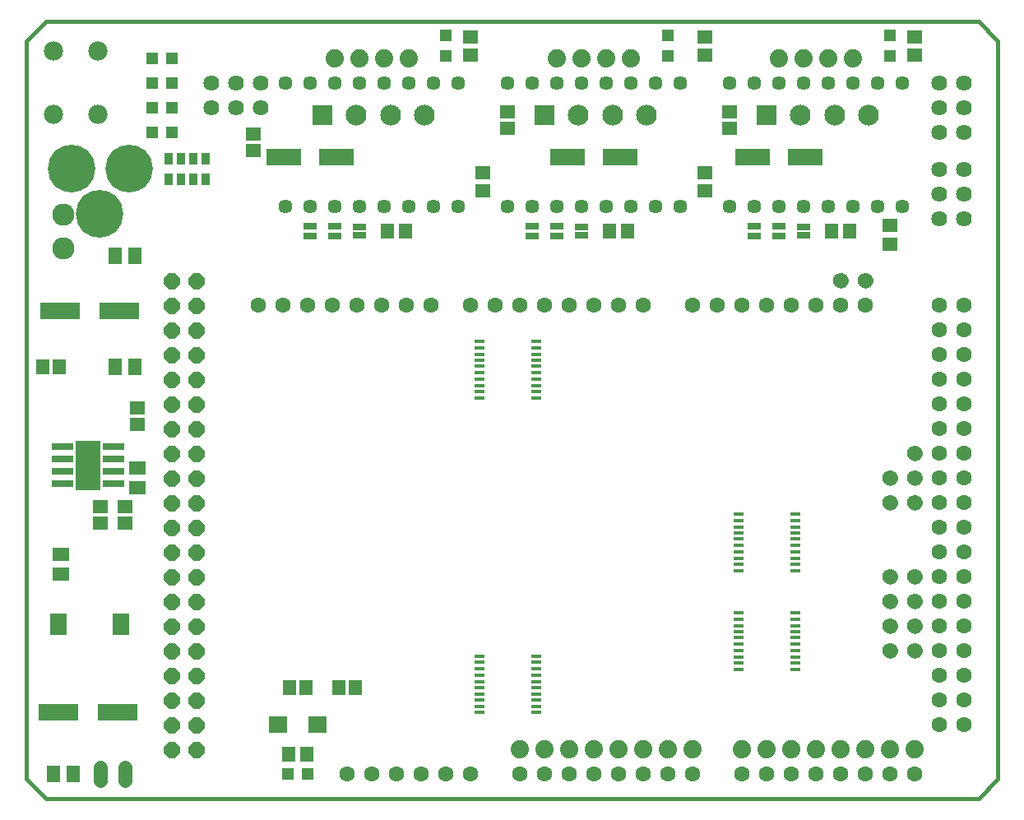
<source format=gts>
G75*
%MOIN*%
%OFA0B0*%
%FSLAX25Y25*%
%IPPOS*%
%LPD*%
%AMOC8*
5,1,8,0,0,1.08239X$1,22.5*
%
%ADD10C,0.01600*%
%ADD11C,0.06306*%
%ADD12R,0.05124X0.05124*%
%ADD13R,0.05518X0.06306*%
%ADD14C,0.07400*%
%ADD15C,0.05715*%
%ADD16C,0.06400*%
%ADD17R,0.06306X0.05518*%
%ADD18R,0.14180X0.06699*%
%ADD19C,0.19298*%
%ADD20R,0.08400X0.08400*%
%ADD21C,0.08400*%
%ADD22C,0.09000*%
%ADD23C,0.07800*%
%ADD24R,0.05400X0.02900*%
%ADD25OC8,0.06400*%
%ADD26R,0.03353X0.04731*%
%ADD27R,0.09061X0.02762*%
%ADD28R,0.10400X0.20400*%
%ADD29R,0.06699X0.05518*%
%ADD30R,0.05518X0.06699*%
%ADD31R,0.16148X0.06699*%
%ADD32R,0.06699X0.09061*%
%ADD33C,0.05800*%
%ADD34R,0.03937X0.01772*%
%ADD35R,0.07487X0.07093*%
%ADD36C,0.05650*%
%ADD37C,0.00000*%
%ADD38C,0.06200*%
D10*
X0013573Y0009674D02*
X0021447Y0001800D01*
X0399400Y0001800D01*
X0407274Y0009674D01*
X0407274Y0308887D01*
X0399400Y0316761D01*
X0021447Y0316761D01*
X0013573Y0308887D01*
X0013573Y0308800D02*
X0013573Y0009800D01*
D11*
X0143573Y0011800D03*
X0153573Y0011800D03*
X0163573Y0011800D03*
X0173573Y0011800D03*
X0183573Y0011800D03*
X0193573Y0011800D03*
X0213573Y0011800D03*
X0223573Y0011800D03*
X0233573Y0011800D03*
X0243573Y0011800D03*
X0253573Y0011800D03*
X0263573Y0011800D03*
X0273573Y0011800D03*
X0283573Y0011800D03*
X0303573Y0011800D03*
X0313573Y0011800D03*
X0323573Y0011800D03*
X0333573Y0011800D03*
X0343573Y0011800D03*
X0353573Y0011800D03*
X0363573Y0011800D03*
X0373573Y0011800D03*
X0383573Y0031800D03*
X0393573Y0031800D03*
X0393573Y0041800D03*
X0383573Y0041800D03*
X0383573Y0051800D03*
X0393573Y0051800D03*
X0393573Y0061800D03*
X0383573Y0061800D03*
X0383573Y0071800D03*
X0393573Y0071800D03*
X0393573Y0081800D03*
X0383573Y0081800D03*
X0383573Y0091800D03*
X0393573Y0091800D03*
X0393573Y0101800D03*
X0383573Y0101800D03*
X0383573Y0111800D03*
X0393573Y0111800D03*
X0393573Y0121800D03*
X0383573Y0121800D03*
X0383573Y0131800D03*
X0393573Y0131800D03*
X0393573Y0141800D03*
X0383573Y0141800D03*
X0383573Y0151800D03*
X0393573Y0151800D03*
X0393573Y0161800D03*
X0383573Y0161800D03*
X0383573Y0171800D03*
X0393573Y0171800D03*
X0393573Y0181800D03*
X0383573Y0181800D03*
X0383573Y0191800D03*
X0393573Y0191800D03*
X0393573Y0201800D03*
X0383573Y0201800D03*
X0353573Y0201800D03*
X0343573Y0201800D03*
X0333573Y0201800D03*
X0323573Y0201800D03*
X0313573Y0201800D03*
X0303573Y0201800D03*
X0293573Y0201800D03*
X0283573Y0201800D03*
X0263573Y0201800D03*
X0253573Y0201800D03*
X0243573Y0201800D03*
X0233573Y0201800D03*
X0223573Y0201800D03*
X0213573Y0201800D03*
X0203573Y0201800D03*
X0193573Y0201800D03*
X0177573Y0201800D03*
X0167573Y0201800D03*
X0157573Y0201800D03*
X0147573Y0201800D03*
X0137573Y0201800D03*
X0127573Y0201800D03*
X0117573Y0201800D03*
X0107573Y0201800D03*
D12*
X0072707Y0271800D03*
X0064439Y0271800D03*
X0064439Y0281800D03*
X0072707Y0281800D03*
X0072707Y0291800D03*
X0064439Y0291800D03*
X0064439Y0301800D03*
X0072707Y0301800D03*
X0183573Y0302666D03*
X0183573Y0310934D03*
X0273573Y0310934D03*
X0273573Y0302666D03*
X0363573Y0302666D03*
X0363573Y0310934D03*
X0127707Y0011800D03*
X0119439Y0011800D03*
D13*
X0119833Y0019800D03*
X0127313Y0019800D03*
X0126919Y0046800D03*
X0120226Y0046800D03*
X0140226Y0046800D03*
X0146919Y0046800D03*
X0026919Y0176800D03*
X0020226Y0176800D03*
X0159833Y0231800D03*
X0167313Y0231800D03*
X0249833Y0231800D03*
X0257313Y0231800D03*
X0339833Y0231800D03*
X0347313Y0231800D03*
D14*
X0348573Y0301800D03*
X0338573Y0301800D03*
X0328573Y0301800D03*
X0318573Y0301800D03*
X0258573Y0301800D03*
X0248573Y0301800D03*
X0238573Y0301800D03*
X0228573Y0301800D03*
X0168573Y0301800D03*
X0158573Y0301800D03*
X0148573Y0301800D03*
X0138573Y0301800D03*
X0213573Y0021800D03*
X0223573Y0021800D03*
X0233573Y0021800D03*
X0243573Y0021800D03*
X0253573Y0021800D03*
X0263573Y0021800D03*
X0273573Y0021800D03*
X0283573Y0021800D03*
X0303573Y0021800D03*
X0313573Y0021800D03*
X0323573Y0021800D03*
X0333573Y0021800D03*
X0343573Y0021800D03*
X0353573Y0021800D03*
X0363573Y0021800D03*
X0373573Y0021800D03*
D15*
X0373573Y0121800D03*
X0373573Y0131800D03*
X0373573Y0141800D03*
X0368573Y0241800D03*
X0358573Y0241800D03*
X0348573Y0241800D03*
X0338573Y0241800D03*
X0328573Y0241800D03*
X0318573Y0241800D03*
X0308573Y0241800D03*
X0298573Y0241800D03*
X0278573Y0241800D03*
X0268573Y0241800D03*
X0258573Y0241800D03*
X0248573Y0241800D03*
X0238573Y0241800D03*
X0228573Y0241800D03*
X0218573Y0241800D03*
X0208573Y0241800D03*
X0188573Y0241800D03*
X0178573Y0241800D03*
X0168573Y0241800D03*
X0158573Y0241800D03*
X0148573Y0241800D03*
X0138573Y0241800D03*
X0128573Y0241800D03*
X0118573Y0241800D03*
X0118573Y0291800D03*
X0128573Y0291800D03*
X0138573Y0291800D03*
X0148573Y0291800D03*
X0158573Y0291800D03*
X0168573Y0291800D03*
X0178573Y0291800D03*
X0188573Y0291800D03*
X0208573Y0291800D03*
X0218573Y0291800D03*
X0228573Y0291800D03*
X0238573Y0291800D03*
X0248573Y0291800D03*
X0258573Y0291800D03*
X0268573Y0291800D03*
X0278573Y0291800D03*
X0298573Y0291800D03*
X0308573Y0291800D03*
X0318573Y0291800D03*
X0328573Y0291800D03*
X0338573Y0291800D03*
X0348573Y0291800D03*
X0358573Y0291800D03*
X0368573Y0291800D03*
D16*
X0383573Y0291800D03*
X0393573Y0291800D03*
X0393573Y0281800D03*
X0383573Y0281800D03*
X0383573Y0271800D03*
X0393573Y0271800D03*
X0393573Y0256800D03*
X0383573Y0256800D03*
X0383573Y0246800D03*
X0393573Y0246800D03*
X0393573Y0236800D03*
X0383573Y0236800D03*
X0108573Y0281800D03*
X0108573Y0291800D03*
X0098573Y0291800D03*
X0088573Y0291800D03*
X0088573Y0281800D03*
X0098573Y0281800D03*
D17*
X0105573Y0271146D03*
X0105573Y0264454D03*
X0193573Y0303060D03*
X0193573Y0310540D03*
X0208573Y0280146D03*
X0208573Y0273454D03*
X0198573Y0255540D03*
X0198573Y0248060D03*
X0288573Y0248060D03*
X0288573Y0255540D03*
X0298573Y0273454D03*
X0298573Y0280146D03*
X0288573Y0303060D03*
X0288573Y0310540D03*
X0373573Y0310540D03*
X0373573Y0303060D03*
X0363573Y0234040D03*
X0363573Y0226560D03*
X0058573Y0160146D03*
X0058573Y0153454D03*
X0053573Y0120146D03*
X0053573Y0113454D03*
X0043573Y0113454D03*
X0043573Y0120146D03*
D18*
X0117943Y0261800D03*
X0139203Y0261800D03*
X0232943Y0261800D03*
X0254203Y0261800D03*
X0307943Y0261800D03*
X0329203Y0261800D03*
D19*
X0055148Y0257194D03*
X0043337Y0238690D03*
X0031919Y0257194D03*
D20*
X0133573Y0278800D03*
X0223573Y0278800D03*
X0313573Y0278800D03*
D21*
X0327352Y0278800D03*
X0341132Y0278800D03*
X0354911Y0278800D03*
X0264911Y0278800D03*
X0251132Y0278800D03*
X0237352Y0278800D03*
X0174911Y0278800D03*
X0161132Y0278800D03*
X0147352Y0278800D03*
D22*
X0028573Y0238493D03*
X0028573Y0224713D03*
D23*
X0024673Y0279000D03*
X0042473Y0279000D03*
X0042473Y0304600D03*
X0024673Y0304600D03*
D24*
X0128573Y0233800D03*
X0128573Y0229800D03*
X0138573Y0229800D03*
X0138573Y0233800D03*
X0148573Y0233572D03*
X0148573Y0230028D03*
X0218573Y0229800D03*
X0218573Y0233800D03*
X0228573Y0233800D03*
X0228573Y0229800D03*
X0238573Y0230028D03*
X0238573Y0233572D03*
X0308573Y0233800D03*
X0308573Y0229800D03*
X0318573Y0229800D03*
X0318573Y0233800D03*
X0328573Y0233572D03*
X0328573Y0230028D03*
D25*
X0082431Y0211367D03*
X0072431Y0211367D03*
X0072431Y0201367D03*
X0082431Y0201367D03*
X0082431Y0191367D03*
X0072431Y0191367D03*
X0072431Y0181367D03*
X0082431Y0181367D03*
X0082431Y0171367D03*
X0072431Y0171367D03*
X0072431Y0161367D03*
X0082431Y0161367D03*
X0082431Y0151367D03*
X0072431Y0151367D03*
X0072431Y0141367D03*
X0082431Y0141367D03*
X0082431Y0131367D03*
X0072431Y0131367D03*
X0072431Y0121367D03*
X0082431Y0121367D03*
X0082431Y0111367D03*
X0072431Y0111367D03*
X0072431Y0101367D03*
X0082431Y0101367D03*
X0082431Y0091367D03*
X0072431Y0091367D03*
X0072431Y0081367D03*
X0082431Y0081367D03*
X0082431Y0071367D03*
X0072431Y0071367D03*
X0072431Y0061367D03*
X0082431Y0061367D03*
X0082431Y0051367D03*
X0072431Y0051367D03*
X0072431Y0041367D03*
X0082431Y0041367D03*
X0082431Y0031367D03*
X0072431Y0031367D03*
X0072431Y0021367D03*
X0082431Y0021367D03*
D26*
X0081073Y0252587D03*
X0086073Y0252587D03*
X0086073Y0261013D03*
X0081073Y0261013D03*
X0076073Y0261013D03*
X0071073Y0261013D03*
X0071073Y0252587D03*
X0076073Y0252587D03*
D27*
X0048809Y0144300D03*
X0048809Y0139300D03*
X0048809Y0134300D03*
X0048809Y0129300D03*
X0028337Y0129300D03*
X0028337Y0134300D03*
X0028337Y0139300D03*
X0028337Y0144300D03*
D28*
X0038573Y0136800D03*
D29*
X0058573Y0135737D03*
X0058573Y0127863D03*
X0027573Y0100737D03*
X0027573Y0092863D03*
D30*
X0024636Y0011800D03*
X0032510Y0011800D03*
X0049636Y0176800D03*
X0057510Y0176800D03*
X0057510Y0221800D03*
X0049636Y0221800D03*
D31*
X0051093Y0199438D03*
X0027077Y0199438D03*
X0026565Y0036800D03*
X0050581Y0036800D03*
D32*
X0051762Y0072312D03*
X0026565Y0072312D03*
D33*
X0043573Y0014500D02*
X0043573Y0009100D01*
X0053573Y0009100D02*
X0053573Y0014500D01*
D34*
X0197057Y0036623D03*
X0197057Y0039182D03*
X0197057Y0041741D03*
X0197057Y0044123D03*
X0197057Y0046682D03*
X0197057Y0049241D03*
X0197057Y0051800D03*
X0197057Y0054359D03*
X0197057Y0056918D03*
X0197057Y0059477D03*
X0220089Y0059477D03*
X0220089Y0056918D03*
X0220089Y0054359D03*
X0220089Y0051800D03*
X0220089Y0049241D03*
X0220089Y0046682D03*
X0220089Y0044123D03*
X0220089Y0041741D03*
X0220089Y0039182D03*
X0220089Y0036623D03*
X0302057Y0054123D03*
X0302057Y0056682D03*
X0302057Y0059241D03*
X0302057Y0061800D03*
X0302057Y0064359D03*
X0302057Y0066918D03*
X0302057Y0069477D03*
X0302057Y0071859D03*
X0302057Y0074418D03*
X0302057Y0076977D03*
X0302057Y0094123D03*
X0302057Y0096682D03*
X0302057Y0099241D03*
X0302057Y0101800D03*
X0302057Y0104359D03*
X0302057Y0106918D03*
X0302057Y0109477D03*
X0302057Y0111859D03*
X0302057Y0114418D03*
X0302057Y0116977D03*
X0325089Y0116977D03*
X0325089Y0114418D03*
X0325089Y0111859D03*
X0325089Y0109477D03*
X0325089Y0106918D03*
X0325089Y0104359D03*
X0325089Y0101800D03*
X0325089Y0099241D03*
X0325089Y0096682D03*
X0325089Y0094123D03*
X0325089Y0076977D03*
X0325089Y0074418D03*
X0325089Y0071859D03*
X0325089Y0069477D03*
X0325089Y0066918D03*
X0325089Y0064359D03*
X0325089Y0061800D03*
X0325089Y0059241D03*
X0325089Y0056682D03*
X0325089Y0054123D03*
X0220089Y0164123D03*
X0220089Y0166682D03*
X0220089Y0169241D03*
X0220089Y0171800D03*
X0220089Y0174359D03*
X0220089Y0176918D03*
X0220089Y0179477D03*
X0220089Y0181859D03*
X0220089Y0184418D03*
X0220089Y0186977D03*
X0197057Y0186977D03*
X0197057Y0184418D03*
X0197057Y0181859D03*
X0197057Y0179477D03*
X0197057Y0176918D03*
X0197057Y0174359D03*
X0197057Y0171800D03*
X0197057Y0169241D03*
X0197057Y0166682D03*
X0197057Y0164123D03*
D35*
X0131644Y0031800D03*
X0115502Y0031800D03*
D36*
X0343573Y0211800D03*
X0353573Y0211800D03*
X0363573Y0131800D03*
X0363573Y0121800D03*
X0363573Y0091800D03*
X0373573Y0091800D03*
X0373573Y0081800D03*
X0373573Y0071800D03*
X0373573Y0061800D03*
X0363573Y0061800D03*
X0363573Y0071800D03*
X0363573Y0081800D03*
D37*
X0360673Y0081800D02*
X0360675Y0081907D01*
X0360681Y0082014D01*
X0360691Y0082121D01*
X0360705Y0082227D01*
X0360722Y0082333D01*
X0360744Y0082438D01*
X0360770Y0082542D01*
X0360799Y0082645D01*
X0360832Y0082747D01*
X0360869Y0082848D01*
X0360909Y0082947D01*
X0360954Y0083044D01*
X0361001Y0083140D01*
X0361053Y0083235D01*
X0361107Y0083327D01*
X0361165Y0083417D01*
X0361227Y0083505D01*
X0361291Y0083590D01*
X0361359Y0083673D01*
X0361430Y0083754D01*
X0361504Y0083832D01*
X0361580Y0083907D01*
X0361659Y0083979D01*
X0361741Y0084048D01*
X0361825Y0084114D01*
X0361912Y0084177D01*
X0362001Y0084237D01*
X0362092Y0084293D01*
X0362185Y0084346D01*
X0362280Y0084396D01*
X0362377Y0084442D01*
X0362476Y0084484D01*
X0362576Y0084523D01*
X0362677Y0084558D01*
X0362779Y0084589D01*
X0362883Y0084617D01*
X0362988Y0084640D01*
X0363093Y0084660D01*
X0363199Y0084676D01*
X0363305Y0084688D01*
X0363412Y0084696D01*
X0363519Y0084700D01*
X0363627Y0084700D01*
X0363734Y0084696D01*
X0363841Y0084688D01*
X0363947Y0084676D01*
X0364053Y0084660D01*
X0364158Y0084640D01*
X0364263Y0084617D01*
X0364367Y0084589D01*
X0364469Y0084558D01*
X0364570Y0084523D01*
X0364670Y0084484D01*
X0364769Y0084442D01*
X0364866Y0084396D01*
X0364961Y0084346D01*
X0365054Y0084293D01*
X0365145Y0084237D01*
X0365234Y0084177D01*
X0365321Y0084114D01*
X0365405Y0084048D01*
X0365487Y0083979D01*
X0365566Y0083907D01*
X0365642Y0083832D01*
X0365716Y0083754D01*
X0365787Y0083673D01*
X0365855Y0083590D01*
X0365919Y0083505D01*
X0365981Y0083417D01*
X0366039Y0083327D01*
X0366093Y0083235D01*
X0366145Y0083140D01*
X0366192Y0083044D01*
X0366237Y0082947D01*
X0366277Y0082848D01*
X0366314Y0082747D01*
X0366347Y0082645D01*
X0366376Y0082542D01*
X0366402Y0082438D01*
X0366424Y0082333D01*
X0366441Y0082227D01*
X0366455Y0082121D01*
X0366465Y0082014D01*
X0366471Y0081907D01*
X0366473Y0081800D01*
X0366471Y0081693D01*
X0366465Y0081586D01*
X0366455Y0081479D01*
X0366441Y0081373D01*
X0366424Y0081267D01*
X0366402Y0081162D01*
X0366376Y0081058D01*
X0366347Y0080955D01*
X0366314Y0080853D01*
X0366277Y0080752D01*
X0366237Y0080653D01*
X0366192Y0080556D01*
X0366145Y0080460D01*
X0366093Y0080365D01*
X0366039Y0080273D01*
X0365981Y0080183D01*
X0365919Y0080095D01*
X0365855Y0080010D01*
X0365787Y0079927D01*
X0365716Y0079846D01*
X0365642Y0079768D01*
X0365566Y0079693D01*
X0365487Y0079621D01*
X0365405Y0079552D01*
X0365321Y0079486D01*
X0365234Y0079423D01*
X0365145Y0079363D01*
X0365054Y0079307D01*
X0364961Y0079254D01*
X0364866Y0079204D01*
X0364769Y0079158D01*
X0364670Y0079116D01*
X0364570Y0079077D01*
X0364469Y0079042D01*
X0364367Y0079011D01*
X0364263Y0078983D01*
X0364158Y0078960D01*
X0364053Y0078940D01*
X0363947Y0078924D01*
X0363841Y0078912D01*
X0363734Y0078904D01*
X0363627Y0078900D01*
X0363519Y0078900D01*
X0363412Y0078904D01*
X0363305Y0078912D01*
X0363199Y0078924D01*
X0363093Y0078940D01*
X0362988Y0078960D01*
X0362883Y0078983D01*
X0362779Y0079011D01*
X0362677Y0079042D01*
X0362576Y0079077D01*
X0362476Y0079116D01*
X0362377Y0079158D01*
X0362280Y0079204D01*
X0362185Y0079254D01*
X0362092Y0079307D01*
X0362001Y0079363D01*
X0361912Y0079423D01*
X0361825Y0079486D01*
X0361741Y0079552D01*
X0361659Y0079621D01*
X0361580Y0079693D01*
X0361504Y0079768D01*
X0361430Y0079846D01*
X0361359Y0079927D01*
X0361291Y0080010D01*
X0361227Y0080095D01*
X0361165Y0080183D01*
X0361107Y0080273D01*
X0361053Y0080365D01*
X0361001Y0080460D01*
X0360954Y0080556D01*
X0360909Y0080653D01*
X0360869Y0080752D01*
X0360832Y0080853D01*
X0360799Y0080955D01*
X0360770Y0081058D01*
X0360744Y0081162D01*
X0360722Y0081267D01*
X0360705Y0081373D01*
X0360691Y0081479D01*
X0360681Y0081586D01*
X0360675Y0081693D01*
X0360673Y0081800D01*
X0360673Y0071800D02*
X0360675Y0071907D01*
X0360681Y0072014D01*
X0360691Y0072121D01*
X0360705Y0072227D01*
X0360722Y0072333D01*
X0360744Y0072438D01*
X0360770Y0072542D01*
X0360799Y0072645D01*
X0360832Y0072747D01*
X0360869Y0072848D01*
X0360909Y0072947D01*
X0360954Y0073044D01*
X0361001Y0073140D01*
X0361053Y0073235D01*
X0361107Y0073327D01*
X0361165Y0073417D01*
X0361227Y0073505D01*
X0361291Y0073590D01*
X0361359Y0073673D01*
X0361430Y0073754D01*
X0361504Y0073832D01*
X0361580Y0073907D01*
X0361659Y0073979D01*
X0361741Y0074048D01*
X0361825Y0074114D01*
X0361912Y0074177D01*
X0362001Y0074237D01*
X0362092Y0074293D01*
X0362185Y0074346D01*
X0362280Y0074396D01*
X0362377Y0074442D01*
X0362476Y0074484D01*
X0362576Y0074523D01*
X0362677Y0074558D01*
X0362779Y0074589D01*
X0362883Y0074617D01*
X0362988Y0074640D01*
X0363093Y0074660D01*
X0363199Y0074676D01*
X0363305Y0074688D01*
X0363412Y0074696D01*
X0363519Y0074700D01*
X0363627Y0074700D01*
X0363734Y0074696D01*
X0363841Y0074688D01*
X0363947Y0074676D01*
X0364053Y0074660D01*
X0364158Y0074640D01*
X0364263Y0074617D01*
X0364367Y0074589D01*
X0364469Y0074558D01*
X0364570Y0074523D01*
X0364670Y0074484D01*
X0364769Y0074442D01*
X0364866Y0074396D01*
X0364961Y0074346D01*
X0365054Y0074293D01*
X0365145Y0074237D01*
X0365234Y0074177D01*
X0365321Y0074114D01*
X0365405Y0074048D01*
X0365487Y0073979D01*
X0365566Y0073907D01*
X0365642Y0073832D01*
X0365716Y0073754D01*
X0365787Y0073673D01*
X0365855Y0073590D01*
X0365919Y0073505D01*
X0365981Y0073417D01*
X0366039Y0073327D01*
X0366093Y0073235D01*
X0366145Y0073140D01*
X0366192Y0073044D01*
X0366237Y0072947D01*
X0366277Y0072848D01*
X0366314Y0072747D01*
X0366347Y0072645D01*
X0366376Y0072542D01*
X0366402Y0072438D01*
X0366424Y0072333D01*
X0366441Y0072227D01*
X0366455Y0072121D01*
X0366465Y0072014D01*
X0366471Y0071907D01*
X0366473Y0071800D01*
X0366471Y0071693D01*
X0366465Y0071586D01*
X0366455Y0071479D01*
X0366441Y0071373D01*
X0366424Y0071267D01*
X0366402Y0071162D01*
X0366376Y0071058D01*
X0366347Y0070955D01*
X0366314Y0070853D01*
X0366277Y0070752D01*
X0366237Y0070653D01*
X0366192Y0070556D01*
X0366145Y0070460D01*
X0366093Y0070365D01*
X0366039Y0070273D01*
X0365981Y0070183D01*
X0365919Y0070095D01*
X0365855Y0070010D01*
X0365787Y0069927D01*
X0365716Y0069846D01*
X0365642Y0069768D01*
X0365566Y0069693D01*
X0365487Y0069621D01*
X0365405Y0069552D01*
X0365321Y0069486D01*
X0365234Y0069423D01*
X0365145Y0069363D01*
X0365054Y0069307D01*
X0364961Y0069254D01*
X0364866Y0069204D01*
X0364769Y0069158D01*
X0364670Y0069116D01*
X0364570Y0069077D01*
X0364469Y0069042D01*
X0364367Y0069011D01*
X0364263Y0068983D01*
X0364158Y0068960D01*
X0364053Y0068940D01*
X0363947Y0068924D01*
X0363841Y0068912D01*
X0363734Y0068904D01*
X0363627Y0068900D01*
X0363519Y0068900D01*
X0363412Y0068904D01*
X0363305Y0068912D01*
X0363199Y0068924D01*
X0363093Y0068940D01*
X0362988Y0068960D01*
X0362883Y0068983D01*
X0362779Y0069011D01*
X0362677Y0069042D01*
X0362576Y0069077D01*
X0362476Y0069116D01*
X0362377Y0069158D01*
X0362280Y0069204D01*
X0362185Y0069254D01*
X0362092Y0069307D01*
X0362001Y0069363D01*
X0361912Y0069423D01*
X0361825Y0069486D01*
X0361741Y0069552D01*
X0361659Y0069621D01*
X0361580Y0069693D01*
X0361504Y0069768D01*
X0361430Y0069846D01*
X0361359Y0069927D01*
X0361291Y0070010D01*
X0361227Y0070095D01*
X0361165Y0070183D01*
X0361107Y0070273D01*
X0361053Y0070365D01*
X0361001Y0070460D01*
X0360954Y0070556D01*
X0360909Y0070653D01*
X0360869Y0070752D01*
X0360832Y0070853D01*
X0360799Y0070955D01*
X0360770Y0071058D01*
X0360744Y0071162D01*
X0360722Y0071267D01*
X0360705Y0071373D01*
X0360691Y0071479D01*
X0360681Y0071586D01*
X0360675Y0071693D01*
X0360673Y0071800D01*
X0360673Y0061800D02*
X0360675Y0061907D01*
X0360681Y0062014D01*
X0360691Y0062121D01*
X0360705Y0062227D01*
X0360722Y0062333D01*
X0360744Y0062438D01*
X0360770Y0062542D01*
X0360799Y0062645D01*
X0360832Y0062747D01*
X0360869Y0062848D01*
X0360909Y0062947D01*
X0360954Y0063044D01*
X0361001Y0063140D01*
X0361053Y0063235D01*
X0361107Y0063327D01*
X0361165Y0063417D01*
X0361227Y0063505D01*
X0361291Y0063590D01*
X0361359Y0063673D01*
X0361430Y0063754D01*
X0361504Y0063832D01*
X0361580Y0063907D01*
X0361659Y0063979D01*
X0361741Y0064048D01*
X0361825Y0064114D01*
X0361912Y0064177D01*
X0362001Y0064237D01*
X0362092Y0064293D01*
X0362185Y0064346D01*
X0362280Y0064396D01*
X0362377Y0064442D01*
X0362476Y0064484D01*
X0362576Y0064523D01*
X0362677Y0064558D01*
X0362779Y0064589D01*
X0362883Y0064617D01*
X0362988Y0064640D01*
X0363093Y0064660D01*
X0363199Y0064676D01*
X0363305Y0064688D01*
X0363412Y0064696D01*
X0363519Y0064700D01*
X0363627Y0064700D01*
X0363734Y0064696D01*
X0363841Y0064688D01*
X0363947Y0064676D01*
X0364053Y0064660D01*
X0364158Y0064640D01*
X0364263Y0064617D01*
X0364367Y0064589D01*
X0364469Y0064558D01*
X0364570Y0064523D01*
X0364670Y0064484D01*
X0364769Y0064442D01*
X0364866Y0064396D01*
X0364961Y0064346D01*
X0365054Y0064293D01*
X0365145Y0064237D01*
X0365234Y0064177D01*
X0365321Y0064114D01*
X0365405Y0064048D01*
X0365487Y0063979D01*
X0365566Y0063907D01*
X0365642Y0063832D01*
X0365716Y0063754D01*
X0365787Y0063673D01*
X0365855Y0063590D01*
X0365919Y0063505D01*
X0365981Y0063417D01*
X0366039Y0063327D01*
X0366093Y0063235D01*
X0366145Y0063140D01*
X0366192Y0063044D01*
X0366237Y0062947D01*
X0366277Y0062848D01*
X0366314Y0062747D01*
X0366347Y0062645D01*
X0366376Y0062542D01*
X0366402Y0062438D01*
X0366424Y0062333D01*
X0366441Y0062227D01*
X0366455Y0062121D01*
X0366465Y0062014D01*
X0366471Y0061907D01*
X0366473Y0061800D01*
X0366471Y0061693D01*
X0366465Y0061586D01*
X0366455Y0061479D01*
X0366441Y0061373D01*
X0366424Y0061267D01*
X0366402Y0061162D01*
X0366376Y0061058D01*
X0366347Y0060955D01*
X0366314Y0060853D01*
X0366277Y0060752D01*
X0366237Y0060653D01*
X0366192Y0060556D01*
X0366145Y0060460D01*
X0366093Y0060365D01*
X0366039Y0060273D01*
X0365981Y0060183D01*
X0365919Y0060095D01*
X0365855Y0060010D01*
X0365787Y0059927D01*
X0365716Y0059846D01*
X0365642Y0059768D01*
X0365566Y0059693D01*
X0365487Y0059621D01*
X0365405Y0059552D01*
X0365321Y0059486D01*
X0365234Y0059423D01*
X0365145Y0059363D01*
X0365054Y0059307D01*
X0364961Y0059254D01*
X0364866Y0059204D01*
X0364769Y0059158D01*
X0364670Y0059116D01*
X0364570Y0059077D01*
X0364469Y0059042D01*
X0364367Y0059011D01*
X0364263Y0058983D01*
X0364158Y0058960D01*
X0364053Y0058940D01*
X0363947Y0058924D01*
X0363841Y0058912D01*
X0363734Y0058904D01*
X0363627Y0058900D01*
X0363519Y0058900D01*
X0363412Y0058904D01*
X0363305Y0058912D01*
X0363199Y0058924D01*
X0363093Y0058940D01*
X0362988Y0058960D01*
X0362883Y0058983D01*
X0362779Y0059011D01*
X0362677Y0059042D01*
X0362576Y0059077D01*
X0362476Y0059116D01*
X0362377Y0059158D01*
X0362280Y0059204D01*
X0362185Y0059254D01*
X0362092Y0059307D01*
X0362001Y0059363D01*
X0361912Y0059423D01*
X0361825Y0059486D01*
X0361741Y0059552D01*
X0361659Y0059621D01*
X0361580Y0059693D01*
X0361504Y0059768D01*
X0361430Y0059846D01*
X0361359Y0059927D01*
X0361291Y0060010D01*
X0361227Y0060095D01*
X0361165Y0060183D01*
X0361107Y0060273D01*
X0361053Y0060365D01*
X0361001Y0060460D01*
X0360954Y0060556D01*
X0360909Y0060653D01*
X0360869Y0060752D01*
X0360832Y0060853D01*
X0360799Y0060955D01*
X0360770Y0061058D01*
X0360744Y0061162D01*
X0360722Y0061267D01*
X0360705Y0061373D01*
X0360691Y0061479D01*
X0360681Y0061586D01*
X0360675Y0061693D01*
X0360673Y0061800D01*
X0370673Y0061800D02*
X0370675Y0061907D01*
X0370681Y0062014D01*
X0370691Y0062121D01*
X0370705Y0062227D01*
X0370722Y0062333D01*
X0370744Y0062438D01*
X0370770Y0062542D01*
X0370799Y0062645D01*
X0370832Y0062747D01*
X0370869Y0062848D01*
X0370909Y0062947D01*
X0370954Y0063044D01*
X0371001Y0063140D01*
X0371053Y0063235D01*
X0371107Y0063327D01*
X0371165Y0063417D01*
X0371227Y0063505D01*
X0371291Y0063590D01*
X0371359Y0063673D01*
X0371430Y0063754D01*
X0371504Y0063832D01*
X0371580Y0063907D01*
X0371659Y0063979D01*
X0371741Y0064048D01*
X0371825Y0064114D01*
X0371912Y0064177D01*
X0372001Y0064237D01*
X0372092Y0064293D01*
X0372185Y0064346D01*
X0372280Y0064396D01*
X0372377Y0064442D01*
X0372476Y0064484D01*
X0372576Y0064523D01*
X0372677Y0064558D01*
X0372779Y0064589D01*
X0372883Y0064617D01*
X0372988Y0064640D01*
X0373093Y0064660D01*
X0373199Y0064676D01*
X0373305Y0064688D01*
X0373412Y0064696D01*
X0373519Y0064700D01*
X0373627Y0064700D01*
X0373734Y0064696D01*
X0373841Y0064688D01*
X0373947Y0064676D01*
X0374053Y0064660D01*
X0374158Y0064640D01*
X0374263Y0064617D01*
X0374367Y0064589D01*
X0374469Y0064558D01*
X0374570Y0064523D01*
X0374670Y0064484D01*
X0374769Y0064442D01*
X0374866Y0064396D01*
X0374961Y0064346D01*
X0375054Y0064293D01*
X0375145Y0064237D01*
X0375234Y0064177D01*
X0375321Y0064114D01*
X0375405Y0064048D01*
X0375487Y0063979D01*
X0375566Y0063907D01*
X0375642Y0063832D01*
X0375716Y0063754D01*
X0375787Y0063673D01*
X0375855Y0063590D01*
X0375919Y0063505D01*
X0375981Y0063417D01*
X0376039Y0063327D01*
X0376093Y0063235D01*
X0376145Y0063140D01*
X0376192Y0063044D01*
X0376237Y0062947D01*
X0376277Y0062848D01*
X0376314Y0062747D01*
X0376347Y0062645D01*
X0376376Y0062542D01*
X0376402Y0062438D01*
X0376424Y0062333D01*
X0376441Y0062227D01*
X0376455Y0062121D01*
X0376465Y0062014D01*
X0376471Y0061907D01*
X0376473Y0061800D01*
X0376471Y0061693D01*
X0376465Y0061586D01*
X0376455Y0061479D01*
X0376441Y0061373D01*
X0376424Y0061267D01*
X0376402Y0061162D01*
X0376376Y0061058D01*
X0376347Y0060955D01*
X0376314Y0060853D01*
X0376277Y0060752D01*
X0376237Y0060653D01*
X0376192Y0060556D01*
X0376145Y0060460D01*
X0376093Y0060365D01*
X0376039Y0060273D01*
X0375981Y0060183D01*
X0375919Y0060095D01*
X0375855Y0060010D01*
X0375787Y0059927D01*
X0375716Y0059846D01*
X0375642Y0059768D01*
X0375566Y0059693D01*
X0375487Y0059621D01*
X0375405Y0059552D01*
X0375321Y0059486D01*
X0375234Y0059423D01*
X0375145Y0059363D01*
X0375054Y0059307D01*
X0374961Y0059254D01*
X0374866Y0059204D01*
X0374769Y0059158D01*
X0374670Y0059116D01*
X0374570Y0059077D01*
X0374469Y0059042D01*
X0374367Y0059011D01*
X0374263Y0058983D01*
X0374158Y0058960D01*
X0374053Y0058940D01*
X0373947Y0058924D01*
X0373841Y0058912D01*
X0373734Y0058904D01*
X0373627Y0058900D01*
X0373519Y0058900D01*
X0373412Y0058904D01*
X0373305Y0058912D01*
X0373199Y0058924D01*
X0373093Y0058940D01*
X0372988Y0058960D01*
X0372883Y0058983D01*
X0372779Y0059011D01*
X0372677Y0059042D01*
X0372576Y0059077D01*
X0372476Y0059116D01*
X0372377Y0059158D01*
X0372280Y0059204D01*
X0372185Y0059254D01*
X0372092Y0059307D01*
X0372001Y0059363D01*
X0371912Y0059423D01*
X0371825Y0059486D01*
X0371741Y0059552D01*
X0371659Y0059621D01*
X0371580Y0059693D01*
X0371504Y0059768D01*
X0371430Y0059846D01*
X0371359Y0059927D01*
X0371291Y0060010D01*
X0371227Y0060095D01*
X0371165Y0060183D01*
X0371107Y0060273D01*
X0371053Y0060365D01*
X0371001Y0060460D01*
X0370954Y0060556D01*
X0370909Y0060653D01*
X0370869Y0060752D01*
X0370832Y0060853D01*
X0370799Y0060955D01*
X0370770Y0061058D01*
X0370744Y0061162D01*
X0370722Y0061267D01*
X0370705Y0061373D01*
X0370691Y0061479D01*
X0370681Y0061586D01*
X0370675Y0061693D01*
X0370673Y0061800D01*
X0370673Y0071800D02*
X0370675Y0071907D01*
X0370681Y0072014D01*
X0370691Y0072121D01*
X0370705Y0072227D01*
X0370722Y0072333D01*
X0370744Y0072438D01*
X0370770Y0072542D01*
X0370799Y0072645D01*
X0370832Y0072747D01*
X0370869Y0072848D01*
X0370909Y0072947D01*
X0370954Y0073044D01*
X0371001Y0073140D01*
X0371053Y0073235D01*
X0371107Y0073327D01*
X0371165Y0073417D01*
X0371227Y0073505D01*
X0371291Y0073590D01*
X0371359Y0073673D01*
X0371430Y0073754D01*
X0371504Y0073832D01*
X0371580Y0073907D01*
X0371659Y0073979D01*
X0371741Y0074048D01*
X0371825Y0074114D01*
X0371912Y0074177D01*
X0372001Y0074237D01*
X0372092Y0074293D01*
X0372185Y0074346D01*
X0372280Y0074396D01*
X0372377Y0074442D01*
X0372476Y0074484D01*
X0372576Y0074523D01*
X0372677Y0074558D01*
X0372779Y0074589D01*
X0372883Y0074617D01*
X0372988Y0074640D01*
X0373093Y0074660D01*
X0373199Y0074676D01*
X0373305Y0074688D01*
X0373412Y0074696D01*
X0373519Y0074700D01*
X0373627Y0074700D01*
X0373734Y0074696D01*
X0373841Y0074688D01*
X0373947Y0074676D01*
X0374053Y0074660D01*
X0374158Y0074640D01*
X0374263Y0074617D01*
X0374367Y0074589D01*
X0374469Y0074558D01*
X0374570Y0074523D01*
X0374670Y0074484D01*
X0374769Y0074442D01*
X0374866Y0074396D01*
X0374961Y0074346D01*
X0375054Y0074293D01*
X0375145Y0074237D01*
X0375234Y0074177D01*
X0375321Y0074114D01*
X0375405Y0074048D01*
X0375487Y0073979D01*
X0375566Y0073907D01*
X0375642Y0073832D01*
X0375716Y0073754D01*
X0375787Y0073673D01*
X0375855Y0073590D01*
X0375919Y0073505D01*
X0375981Y0073417D01*
X0376039Y0073327D01*
X0376093Y0073235D01*
X0376145Y0073140D01*
X0376192Y0073044D01*
X0376237Y0072947D01*
X0376277Y0072848D01*
X0376314Y0072747D01*
X0376347Y0072645D01*
X0376376Y0072542D01*
X0376402Y0072438D01*
X0376424Y0072333D01*
X0376441Y0072227D01*
X0376455Y0072121D01*
X0376465Y0072014D01*
X0376471Y0071907D01*
X0376473Y0071800D01*
X0376471Y0071693D01*
X0376465Y0071586D01*
X0376455Y0071479D01*
X0376441Y0071373D01*
X0376424Y0071267D01*
X0376402Y0071162D01*
X0376376Y0071058D01*
X0376347Y0070955D01*
X0376314Y0070853D01*
X0376277Y0070752D01*
X0376237Y0070653D01*
X0376192Y0070556D01*
X0376145Y0070460D01*
X0376093Y0070365D01*
X0376039Y0070273D01*
X0375981Y0070183D01*
X0375919Y0070095D01*
X0375855Y0070010D01*
X0375787Y0069927D01*
X0375716Y0069846D01*
X0375642Y0069768D01*
X0375566Y0069693D01*
X0375487Y0069621D01*
X0375405Y0069552D01*
X0375321Y0069486D01*
X0375234Y0069423D01*
X0375145Y0069363D01*
X0375054Y0069307D01*
X0374961Y0069254D01*
X0374866Y0069204D01*
X0374769Y0069158D01*
X0374670Y0069116D01*
X0374570Y0069077D01*
X0374469Y0069042D01*
X0374367Y0069011D01*
X0374263Y0068983D01*
X0374158Y0068960D01*
X0374053Y0068940D01*
X0373947Y0068924D01*
X0373841Y0068912D01*
X0373734Y0068904D01*
X0373627Y0068900D01*
X0373519Y0068900D01*
X0373412Y0068904D01*
X0373305Y0068912D01*
X0373199Y0068924D01*
X0373093Y0068940D01*
X0372988Y0068960D01*
X0372883Y0068983D01*
X0372779Y0069011D01*
X0372677Y0069042D01*
X0372576Y0069077D01*
X0372476Y0069116D01*
X0372377Y0069158D01*
X0372280Y0069204D01*
X0372185Y0069254D01*
X0372092Y0069307D01*
X0372001Y0069363D01*
X0371912Y0069423D01*
X0371825Y0069486D01*
X0371741Y0069552D01*
X0371659Y0069621D01*
X0371580Y0069693D01*
X0371504Y0069768D01*
X0371430Y0069846D01*
X0371359Y0069927D01*
X0371291Y0070010D01*
X0371227Y0070095D01*
X0371165Y0070183D01*
X0371107Y0070273D01*
X0371053Y0070365D01*
X0371001Y0070460D01*
X0370954Y0070556D01*
X0370909Y0070653D01*
X0370869Y0070752D01*
X0370832Y0070853D01*
X0370799Y0070955D01*
X0370770Y0071058D01*
X0370744Y0071162D01*
X0370722Y0071267D01*
X0370705Y0071373D01*
X0370691Y0071479D01*
X0370681Y0071586D01*
X0370675Y0071693D01*
X0370673Y0071800D01*
X0370673Y0081800D02*
X0370675Y0081907D01*
X0370681Y0082014D01*
X0370691Y0082121D01*
X0370705Y0082227D01*
X0370722Y0082333D01*
X0370744Y0082438D01*
X0370770Y0082542D01*
X0370799Y0082645D01*
X0370832Y0082747D01*
X0370869Y0082848D01*
X0370909Y0082947D01*
X0370954Y0083044D01*
X0371001Y0083140D01*
X0371053Y0083235D01*
X0371107Y0083327D01*
X0371165Y0083417D01*
X0371227Y0083505D01*
X0371291Y0083590D01*
X0371359Y0083673D01*
X0371430Y0083754D01*
X0371504Y0083832D01*
X0371580Y0083907D01*
X0371659Y0083979D01*
X0371741Y0084048D01*
X0371825Y0084114D01*
X0371912Y0084177D01*
X0372001Y0084237D01*
X0372092Y0084293D01*
X0372185Y0084346D01*
X0372280Y0084396D01*
X0372377Y0084442D01*
X0372476Y0084484D01*
X0372576Y0084523D01*
X0372677Y0084558D01*
X0372779Y0084589D01*
X0372883Y0084617D01*
X0372988Y0084640D01*
X0373093Y0084660D01*
X0373199Y0084676D01*
X0373305Y0084688D01*
X0373412Y0084696D01*
X0373519Y0084700D01*
X0373627Y0084700D01*
X0373734Y0084696D01*
X0373841Y0084688D01*
X0373947Y0084676D01*
X0374053Y0084660D01*
X0374158Y0084640D01*
X0374263Y0084617D01*
X0374367Y0084589D01*
X0374469Y0084558D01*
X0374570Y0084523D01*
X0374670Y0084484D01*
X0374769Y0084442D01*
X0374866Y0084396D01*
X0374961Y0084346D01*
X0375054Y0084293D01*
X0375145Y0084237D01*
X0375234Y0084177D01*
X0375321Y0084114D01*
X0375405Y0084048D01*
X0375487Y0083979D01*
X0375566Y0083907D01*
X0375642Y0083832D01*
X0375716Y0083754D01*
X0375787Y0083673D01*
X0375855Y0083590D01*
X0375919Y0083505D01*
X0375981Y0083417D01*
X0376039Y0083327D01*
X0376093Y0083235D01*
X0376145Y0083140D01*
X0376192Y0083044D01*
X0376237Y0082947D01*
X0376277Y0082848D01*
X0376314Y0082747D01*
X0376347Y0082645D01*
X0376376Y0082542D01*
X0376402Y0082438D01*
X0376424Y0082333D01*
X0376441Y0082227D01*
X0376455Y0082121D01*
X0376465Y0082014D01*
X0376471Y0081907D01*
X0376473Y0081800D01*
X0376471Y0081693D01*
X0376465Y0081586D01*
X0376455Y0081479D01*
X0376441Y0081373D01*
X0376424Y0081267D01*
X0376402Y0081162D01*
X0376376Y0081058D01*
X0376347Y0080955D01*
X0376314Y0080853D01*
X0376277Y0080752D01*
X0376237Y0080653D01*
X0376192Y0080556D01*
X0376145Y0080460D01*
X0376093Y0080365D01*
X0376039Y0080273D01*
X0375981Y0080183D01*
X0375919Y0080095D01*
X0375855Y0080010D01*
X0375787Y0079927D01*
X0375716Y0079846D01*
X0375642Y0079768D01*
X0375566Y0079693D01*
X0375487Y0079621D01*
X0375405Y0079552D01*
X0375321Y0079486D01*
X0375234Y0079423D01*
X0375145Y0079363D01*
X0375054Y0079307D01*
X0374961Y0079254D01*
X0374866Y0079204D01*
X0374769Y0079158D01*
X0374670Y0079116D01*
X0374570Y0079077D01*
X0374469Y0079042D01*
X0374367Y0079011D01*
X0374263Y0078983D01*
X0374158Y0078960D01*
X0374053Y0078940D01*
X0373947Y0078924D01*
X0373841Y0078912D01*
X0373734Y0078904D01*
X0373627Y0078900D01*
X0373519Y0078900D01*
X0373412Y0078904D01*
X0373305Y0078912D01*
X0373199Y0078924D01*
X0373093Y0078940D01*
X0372988Y0078960D01*
X0372883Y0078983D01*
X0372779Y0079011D01*
X0372677Y0079042D01*
X0372576Y0079077D01*
X0372476Y0079116D01*
X0372377Y0079158D01*
X0372280Y0079204D01*
X0372185Y0079254D01*
X0372092Y0079307D01*
X0372001Y0079363D01*
X0371912Y0079423D01*
X0371825Y0079486D01*
X0371741Y0079552D01*
X0371659Y0079621D01*
X0371580Y0079693D01*
X0371504Y0079768D01*
X0371430Y0079846D01*
X0371359Y0079927D01*
X0371291Y0080010D01*
X0371227Y0080095D01*
X0371165Y0080183D01*
X0371107Y0080273D01*
X0371053Y0080365D01*
X0371001Y0080460D01*
X0370954Y0080556D01*
X0370909Y0080653D01*
X0370869Y0080752D01*
X0370832Y0080853D01*
X0370799Y0080955D01*
X0370770Y0081058D01*
X0370744Y0081162D01*
X0370722Y0081267D01*
X0370705Y0081373D01*
X0370691Y0081479D01*
X0370681Y0081586D01*
X0370675Y0081693D01*
X0370673Y0081800D01*
X0370673Y0091800D02*
X0370675Y0091907D01*
X0370681Y0092014D01*
X0370691Y0092121D01*
X0370705Y0092227D01*
X0370722Y0092333D01*
X0370744Y0092438D01*
X0370770Y0092542D01*
X0370799Y0092645D01*
X0370832Y0092747D01*
X0370869Y0092848D01*
X0370909Y0092947D01*
X0370954Y0093044D01*
X0371001Y0093140D01*
X0371053Y0093235D01*
X0371107Y0093327D01*
X0371165Y0093417D01*
X0371227Y0093505D01*
X0371291Y0093590D01*
X0371359Y0093673D01*
X0371430Y0093754D01*
X0371504Y0093832D01*
X0371580Y0093907D01*
X0371659Y0093979D01*
X0371741Y0094048D01*
X0371825Y0094114D01*
X0371912Y0094177D01*
X0372001Y0094237D01*
X0372092Y0094293D01*
X0372185Y0094346D01*
X0372280Y0094396D01*
X0372377Y0094442D01*
X0372476Y0094484D01*
X0372576Y0094523D01*
X0372677Y0094558D01*
X0372779Y0094589D01*
X0372883Y0094617D01*
X0372988Y0094640D01*
X0373093Y0094660D01*
X0373199Y0094676D01*
X0373305Y0094688D01*
X0373412Y0094696D01*
X0373519Y0094700D01*
X0373627Y0094700D01*
X0373734Y0094696D01*
X0373841Y0094688D01*
X0373947Y0094676D01*
X0374053Y0094660D01*
X0374158Y0094640D01*
X0374263Y0094617D01*
X0374367Y0094589D01*
X0374469Y0094558D01*
X0374570Y0094523D01*
X0374670Y0094484D01*
X0374769Y0094442D01*
X0374866Y0094396D01*
X0374961Y0094346D01*
X0375054Y0094293D01*
X0375145Y0094237D01*
X0375234Y0094177D01*
X0375321Y0094114D01*
X0375405Y0094048D01*
X0375487Y0093979D01*
X0375566Y0093907D01*
X0375642Y0093832D01*
X0375716Y0093754D01*
X0375787Y0093673D01*
X0375855Y0093590D01*
X0375919Y0093505D01*
X0375981Y0093417D01*
X0376039Y0093327D01*
X0376093Y0093235D01*
X0376145Y0093140D01*
X0376192Y0093044D01*
X0376237Y0092947D01*
X0376277Y0092848D01*
X0376314Y0092747D01*
X0376347Y0092645D01*
X0376376Y0092542D01*
X0376402Y0092438D01*
X0376424Y0092333D01*
X0376441Y0092227D01*
X0376455Y0092121D01*
X0376465Y0092014D01*
X0376471Y0091907D01*
X0376473Y0091800D01*
X0376471Y0091693D01*
X0376465Y0091586D01*
X0376455Y0091479D01*
X0376441Y0091373D01*
X0376424Y0091267D01*
X0376402Y0091162D01*
X0376376Y0091058D01*
X0376347Y0090955D01*
X0376314Y0090853D01*
X0376277Y0090752D01*
X0376237Y0090653D01*
X0376192Y0090556D01*
X0376145Y0090460D01*
X0376093Y0090365D01*
X0376039Y0090273D01*
X0375981Y0090183D01*
X0375919Y0090095D01*
X0375855Y0090010D01*
X0375787Y0089927D01*
X0375716Y0089846D01*
X0375642Y0089768D01*
X0375566Y0089693D01*
X0375487Y0089621D01*
X0375405Y0089552D01*
X0375321Y0089486D01*
X0375234Y0089423D01*
X0375145Y0089363D01*
X0375054Y0089307D01*
X0374961Y0089254D01*
X0374866Y0089204D01*
X0374769Y0089158D01*
X0374670Y0089116D01*
X0374570Y0089077D01*
X0374469Y0089042D01*
X0374367Y0089011D01*
X0374263Y0088983D01*
X0374158Y0088960D01*
X0374053Y0088940D01*
X0373947Y0088924D01*
X0373841Y0088912D01*
X0373734Y0088904D01*
X0373627Y0088900D01*
X0373519Y0088900D01*
X0373412Y0088904D01*
X0373305Y0088912D01*
X0373199Y0088924D01*
X0373093Y0088940D01*
X0372988Y0088960D01*
X0372883Y0088983D01*
X0372779Y0089011D01*
X0372677Y0089042D01*
X0372576Y0089077D01*
X0372476Y0089116D01*
X0372377Y0089158D01*
X0372280Y0089204D01*
X0372185Y0089254D01*
X0372092Y0089307D01*
X0372001Y0089363D01*
X0371912Y0089423D01*
X0371825Y0089486D01*
X0371741Y0089552D01*
X0371659Y0089621D01*
X0371580Y0089693D01*
X0371504Y0089768D01*
X0371430Y0089846D01*
X0371359Y0089927D01*
X0371291Y0090010D01*
X0371227Y0090095D01*
X0371165Y0090183D01*
X0371107Y0090273D01*
X0371053Y0090365D01*
X0371001Y0090460D01*
X0370954Y0090556D01*
X0370909Y0090653D01*
X0370869Y0090752D01*
X0370832Y0090853D01*
X0370799Y0090955D01*
X0370770Y0091058D01*
X0370744Y0091162D01*
X0370722Y0091267D01*
X0370705Y0091373D01*
X0370691Y0091479D01*
X0370681Y0091586D01*
X0370675Y0091693D01*
X0370673Y0091800D01*
X0360673Y0091800D02*
X0360675Y0091907D01*
X0360681Y0092014D01*
X0360691Y0092121D01*
X0360705Y0092227D01*
X0360722Y0092333D01*
X0360744Y0092438D01*
X0360770Y0092542D01*
X0360799Y0092645D01*
X0360832Y0092747D01*
X0360869Y0092848D01*
X0360909Y0092947D01*
X0360954Y0093044D01*
X0361001Y0093140D01*
X0361053Y0093235D01*
X0361107Y0093327D01*
X0361165Y0093417D01*
X0361227Y0093505D01*
X0361291Y0093590D01*
X0361359Y0093673D01*
X0361430Y0093754D01*
X0361504Y0093832D01*
X0361580Y0093907D01*
X0361659Y0093979D01*
X0361741Y0094048D01*
X0361825Y0094114D01*
X0361912Y0094177D01*
X0362001Y0094237D01*
X0362092Y0094293D01*
X0362185Y0094346D01*
X0362280Y0094396D01*
X0362377Y0094442D01*
X0362476Y0094484D01*
X0362576Y0094523D01*
X0362677Y0094558D01*
X0362779Y0094589D01*
X0362883Y0094617D01*
X0362988Y0094640D01*
X0363093Y0094660D01*
X0363199Y0094676D01*
X0363305Y0094688D01*
X0363412Y0094696D01*
X0363519Y0094700D01*
X0363627Y0094700D01*
X0363734Y0094696D01*
X0363841Y0094688D01*
X0363947Y0094676D01*
X0364053Y0094660D01*
X0364158Y0094640D01*
X0364263Y0094617D01*
X0364367Y0094589D01*
X0364469Y0094558D01*
X0364570Y0094523D01*
X0364670Y0094484D01*
X0364769Y0094442D01*
X0364866Y0094396D01*
X0364961Y0094346D01*
X0365054Y0094293D01*
X0365145Y0094237D01*
X0365234Y0094177D01*
X0365321Y0094114D01*
X0365405Y0094048D01*
X0365487Y0093979D01*
X0365566Y0093907D01*
X0365642Y0093832D01*
X0365716Y0093754D01*
X0365787Y0093673D01*
X0365855Y0093590D01*
X0365919Y0093505D01*
X0365981Y0093417D01*
X0366039Y0093327D01*
X0366093Y0093235D01*
X0366145Y0093140D01*
X0366192Y0093044D01*
X0366237Y0092947D01*
X0366277Y0092848D01*
X0366314Y0092747D01*
X0366347Y0092645D01*
X0366376Y0092542D01*
X0366402Y0092438D01*
X0366424Y0092333D01*
X0366441Y0092227D01*
X0366455Y0092121D01*
X0366465Y0092014D01*
X0366471Y0091907D01*
X0366473Y0091800D01*
X0366471Y0091693D01*
X0366465Y0091586D01*
X0366455Y0091479D01*
X0366441Y0091373D01*
X0366424Y0091267D01*
X0366402Y0091162D01*
X0366376Y0091058D01*
X0366347Y0090955D01*
X0366314Y0090853D01*
X0366277Y0090752D01*
X0366237Y0090653D01*
X0366192Y0090556D01*
X0366145Y0090460D01*
X0366093Y0090365D01*
X0366039Y0090273D01*
X0365981Y0090183D01*
X0365919Y0090095D01*
X0365855Y0090010D01*
X0365787Y0089927D01*
X0365716Y0089846D01*
X0365642Y0089768D01*
X0365566Y0089693D01*
X0365487Y0089621D01*
X0365405Y0089552D01*
X0365321Y0089486D01*
X0365234Y0089423D01*
X0365145Y0089363D01*
X0365054Y0089307D01*
X0364961Y0089254D01*
X0364866Y0089204D01*
X0364769Y0089158D01*
X0364670Y0089116D01*
X0364570Y0089077D01*
X0364469Y0089042D01*
X0364367Y0089011D01*
X0364263Y0088983D01*
X0364158Y0088960D01*
X0364053Y0088940D01*
X0363947Y0088924D01*
X0363841Y0088912D01*
X0363734Y0088904D01*
X0363627Y0088900D01*
X0363519Y0088900D01*
X0363412Y0088904D01*
X0363305Y0088912D01*
X0363199Y0088924D01*
X0363093Y0088940D01*
X0362988Y0088960D01*
X0362883Y0088983D01*
X0362779Y0089011D01*
X0362677Y0089042D01*
X0362576Y0089077D01*
X0362476Y0089116D01*
X0362377Y0089158D01*
X0362280Y0089204D01*
X0362185Y0089254D01*
X0362092Y0089307D01*
X0362001Y0089363D01*
X0361912Y0089423D01*
X0361825Y0089486D01*
X0361741Y0089552D01*
X0361659Y0089621D01*
X0361580Y0089693D01*
X0361504Y0089768D01*
X0361430Y0089846D01*
X0361359Y0089927D01*
X0361291Y0090010D01*
X0361227Y0090095D01*
X0361165Y0090183D01*
X0361107Y0090273D01*
X0361053Y0090365D01*
X0361001Y0090460D01*
X0360954Y0090556D01*
X0360909Y0090653D01*
X0360869Y0090752D01*
X0360832Y0090853D01*
X0360799Y0090955D01*
X0360770Y0091058D01*
X0360744Y0091162D01*
X0360722Y0091267D01*
X0360705Y0091373D01*
X0360691Y0091479D01*
X0360681Y0091586D01*
X0360675Y0091693D01*
X0360673Y0091800D01*
X0360673Y0121800D02*
X0360675Y0121907D01*
X0360681Y0122014D01*
X0360691Y0122121D01*
X0360705Y0122227D01*
X0360722Y0122333D01*
X0360744Y0122438D01*
X0360770Y0122542D01*
X0360799Y0122645D01*
X0360832Y0122747D01*
X0360869Y0122848D01*
X0360909Y0122947D01*
X0360954Y0123044D01*
X0361001Y0123140D01*
X0361053Y0123235D01*
X0361107Y0123327D01*
X0361165Y0123417D01*
X0361227Y0123505D01*
X0361291Y0123590D01*
X0361359Y0123673D01*
X0361430Y0123754D01*
X0361504Y0123832D01*
X0361580Y0123907D01*
X0361659Y0123979D01*
X0361741Y0124048D01*
X0361825Y0124114D01*
X0361912Y0124177D01*
X0362001Y0124237D01*
X0362092Y0124293D01*
X0362185Y0124346D01*
X0362280Y0124396D01*
X0362377Y0124442D01*
X0362476Y0124484D01*
X0362576Y0124523D01*
X0362677Y0124558D01*
X0362779Y0124589D01*
X0362883Y0124617D01*
X0362988Y0124640D01*
X0363093Y0124660D01*
X0363199Y0124676D01*
X0363305Y0124688D01*
X0363412Y0124696D01*
X0363519Y0124700D01*
X0363627Y0124700D01*
X0363734Y0124696D01*
X0363841Y0124688D01*
X0363947Y0124676D01*
X0364053Y0124660D01*
X0364158Y0124640D01*
X0364263Y0124617D01*
X0364367Y0124589D01*
X0364469Y0124558D01*
X0364570Y0124523D01*
X0364670Y0124484D01*
X0364769Y0124442D01*
X0364866Y0124396D01*
X0364961Y0124346D01*
X0365054Y0124293D01*
X0365145Y0124237D01*
X0365234Y0124177D01*
X0365321Y0124114D01*
X0365405Y0124048D01*
X0365487Y0123979D01*
X0365566Y0123907D01*
X0365642Y0123832D01*
X0365716Y0123754D01*
X0365787Y0123673D01*
X0365855Y0123590D01*
X0365919Y0123505D01*
X0365981Y0123417D01*
X0366039Y0123327D01*
X0366093Y0123235D01*
X0366145Y0123140D01*
X0366192Y0123044D01*
X0366237Y0122947D01*
X0366277Y0122848D01*
X0366314Y0122747D01*
X0366347Y0122645D01*
X0366376Y0122542D01*
X0366402Y0122438D01*
X0366424Y0122333D01*
X0366441Y0122227D01*
X0366455Y0122121D01*
X0366465Y0122014D01*
X0366471Y0121907D01*
X0366473Y0121800D01*
X0366471Y0121693D01*
X0366465Y0121586D01*
X0366455Y0121479D01*
X0366441Y0121373D01*
X0366424Y0121267D01*
X0366402Y0121162D01*
X0366376Y0121058D01*
X0366347Y0120955D01*
X0366314Y0120853D01*
X0366277Y0120752D01*
X0366237Y0120653D01*
X0366192Y0120556D01*
X0366145Y0120460D01*
X0366093Y0120365D01*
X0366039Y0120273D01*
X0365981Y0120183D01*
X0365919Y0120095D01*
X0365855Y0120010D01*
X0365787Y0119927D01*
X0365716Y0119846D01*
X0365642Y0119768D01*
X0365566Y0119693D01*
X0365487Y0119621D01*
X0365405Y0119552D01*
X0365321Y0119486D01*
X0365234Y0119423D01*
X0365145Y0119363D01*
X0365054Y0119307D01*
X0364961Y0119254D01*
X0364866Y0119204D01*
X0364769Y0119158D01*
X0364670Y0119116D01*
X0364570Y0119077D01*
X0364469Y0119042D01*
X0364367Y0119011D01*
X0364263Y0118983D01*
X0364158Y0118960D01*
X0364053Y0118940D01*
X0363947Y0118924D01*
X0363841Y0118912D01*
X0363734Y0118904D01*
X0363627Y0118900D01*
X0363519Y0118900D01*
X0363412Y0118904D01*
X0363305Y0118912D01*
X0363199Y0118924D01*
X0363093Y0118940D01*
X0362988Y0118960D01*
X0362883Y0118983D01*
X0362779Y0119011D01*
X0362677Y0119042D01*
X0362576Y0119077D01*
X0362476Y0119116D01*
X0362377Y0119158D01*
X0362280Y0119204D01*
X0362185Y0119254D01*
X0362092Y0119307D01*
X0362001Y0119363D01*
X0361912Y0119423D01*
X0361825Y0119486D01*
X0361741Y0119552D01*
X0361659Y0119621D01*
X0361580Y0119693D01*
X0361504Y0119768D01*
X0361430Y0119846D01*
X0361359Y0119927D01*
X0361291Y0120010D01*
X0361227Y0120095D01*
X0361165Y0120183D01*
X0361107Y0120273D01*
X0361053Y0120365D01*
X0361001Y0120460D01*
X0360954Y0120556D01*
X0360909Y0120653D01*
X0360869Y0120752D01*
X0360832Y0120853D01*
X0360799Y0120955D01*
X0360770Y0121058D01*
X0360744Y0121162D01*
X0360722Y0121267D01*
X0360705Y0121373D01*
X0360691Y0121479D01*
X0360681Y0121586D01*
X0360675Y0121693D01*
X0360673Y0121800D01*
X0360673Y0131800D02*
X0360675Y0131907D01*
X0360681Y0132014D01*
X0360691Y0132121D01*
X0360705Y0132227D01*
X0360722Y0132333D01*
X0360744Y0132438D01*
X0360770Y0132542D01*
X0360799Y0132645D01*
X0360832Y0132747D01*
X0360869Y0132848D01*
X0360909Y0132947D01*
X0360954Y0133044D01*
X0361001Y0133140D01*
X0361053Y0133235D01*
X0361107Y0133327D01*
X0361165Y0133417D01*
X0361227Y0133505D01*
X0361291Y0133590D01*
X0361359Y0133673D01*
X0361430Y0133754D01*
X0361504Y0133832D01*
X0361580Y0133907D01*
X0361659Y0133979D01*
X0361741Y0134048D01*
X0361825Y0134114D01*
X0361912Y0134177D01*
X0362001Y0134237D01*
X0362092Y0134293D01*
X0362185Y0134346D01*
X0362280Y0134396D01*
X0362377Y0134442D01*
X0362476Y0134484D01*
X0362576Y0134523D01*
X0362677Y0134558D01*
X0362779Y0134589D01*
X0362883Y0134617D01*
X0362988Y0134640D01*
X0363093Y0134660D01*
X0363199Y0134676D01*
X0363305Y0134688D01*
X0363412Y0134696D01*
X0363519Y0134700D01*
X0363627Y0134700D01*
X0363734Y0134696D01*
X0363841Y0134688D01*
X0363947Y0134676D01*
X0364053Y0134660D01*
X0364158Y0134640D01*
X0364263Y0134617D01*
X0364367Y0134589D01*
X0364469Y0134558D01*
X0364570Y0134523D01*
X0364670Y0134484D01*
X0364769Y0134442D01*
X0364866Y0134396D01*
X0364961Y0134346D01*
X0365054Y0134293D01*
X0365145Y0134237D01*
X0365234Y0134177D01*
X0365321Y0134114D01*
X0365405Y0134048D01*
X0365487Y0133979D01*
X0365566Y0133907D01*
X0365642Y0133832D01*
X0365716Y0133754D01*
X0365787Y0133673D01*
X0365855Y0133590D01*
X0365919Y0133505D01*
X0365981Y0133417D01*
X0366039Y0133327D01*
X0366093Y0133235D01*
X0366145Y0133140D01*
X0366192Y0133044D01*
X0366237Y0132947D01*
X0366277Y0132848D01*
X0366314Y0132747D01*
X0366347Y0132645D01*
X0366376Y0132542D01*
X0366402Y0132438D01*
X0366424Y0132333D01*
X0366441Y0132227D01*
X0366455Y0132121D01*
X0366465Y0132014D01*
X0366471Y0131907D01*
X0366473Y0131800D01*
X0366471Y0131693D01*
X0366465Y0131586D01*
X0366455Y0131479D01*
X0366441Y0131373D01*
X0366424Y0131267D01*
X0366402Y0131162D01*
X0366376Y0131058D01*
X0366347Y0130955D01*
X0366314Y0130853D01*
X0366277Y0130752D01*
X0366237Y0130653D01*
X0366192Y0130556D01*
X0366145Y0130460D01*
X0366093Y0130365D01*
X0366039Y0130273D01*
X0365981Y0130183D01*
X0365919Y0130095D01*
X0365855Y0130010D01*
X0365787Y0129927D01*
X0365716Y0129846D01*
X0365642Y0129768D01*
X0365566Y0129693D01*
X0365487Y0129621D01*
X0365405Y0129552D01*
X0365321Y0129486D01*
X0365234Y0129423D01*
X0365145Y0129363D01*
X0365054Y0129307D01*
X0364961Y0129254D01*
X0364866Y0129204D01*
X0364769Y0129158D01*
X0364670Y0129116D01*
X0364570Y0129077D01*
X0364469Y0129042D01*
X0364367Y0129011D01*
X0364263Y0128983D01*
X0364158Y0128960D01*
X0364053Y0128940D01*
X0363947Y0128924D01*
X0363841Y0128912D01*
X0363734Y0128904D01*
X0363627Y0128900D01*
X0363519Y0128900D01*
X0363412Y0128904D01*
X0363305Y0128912D01*
X0363199Y0128924D01*
X0363093Y0128940D01*
X0362988Y0128960D01*
X0362883Y0128983D01*
X0362779Y0129011D01*
X0362677Y0129042D01*
X0362576Y0129077D01*
X0362476Y0129116D01*
X0362377Y0129158D01*
X0362280Y0129204D01*
X0362185Y0129254D01*
X0362092Y0129307D01*
X0362001Y0129363D01*
X0361912Y0129423D01*
X0361825Y0129486D01*
X0361741Y0129552D01*
X0361659Y0129621D01*
X0361580Y0129693D01*
X0361504Y0129768D01*
X0361430Y0129846D01*
X0361359Y0129927D01*
X0361291Y0130010D01*
X0361227Y0130095D01*
X0361165Y0130183D01*
X0361107Y0130273D01*
X0361053Y0130365D01*
X0361001Y0130460D01*
X0360954Y0130556D01*
X0360909Y0130653D01*
X0360869Y0130752D01*
X0360832Y0130853D01*
X0360799Y0130955D01*
X0360770Y0131058D01*
X0360744Y0131162D01*
X0360722Y0131267D01*
X0360705Y0131373D01*
X0360691Y0131479D01*
X0360681Y0131586D01*
X0360675Y0131693D01*
X0360673Y0131800D01*
X0370673Y0131800D02*
X0370675Y0131907D01*
X0370681Y0132014D01*
X0370691Y0132121D01*
X0370705Y0132227D01*
X0370722Y0132333D01*
X0370744Y0132438D01*
X0370770Y0132542D01*
X0370799Y0132645D01*
X0370832Y0132747D01*
X0370869Y0132848D01*
X0370909Y0132947D01*
X0370954Y0133044D01*
X0371001Y0133140D01*
X0371053Y0133235D01*
X0371107Y0133327D01*
X0371165Y0133417D01*
X0371227Y0133505D01*
X0371291Y0133590D01*
X0371359Y0133673D01*
X0371430Y0133754D01*
X0371504Y0133832D01*
X0371580Y0133907D01*
X0371659Y0133979D01*
X0371741Y0134048D01*
X0371825Y0134114D01*
X0371912Y0134177D01*
X0372001Y0134237D01*
X0372092Y0134293D01*
X0372185Y0134346D01*
X0372280Y0134396D01*
X0372377Y0134442D01*
X0372476Y0134484D01*
X0372576Y0134523D01*
X0372677Y0134558D01*
X0372779Y0134589D01*
X0372883Y0134617D01*
X0372988Y0134640D01*
X0373093Y0134660D01*
X0373199Y0134676D01*
X0373305Y0134688D01*
X0373412Y0134696D01*
X0373519Y0134700D01*
X0373627Y0134700D01*
X0373734Y0134696D01*
X0373841Y0134688D01*
X0373947Y0134676D01*
X0374053Y0134660D01*
X0374158Y0134640D01*
X0374263Y0134617D01*
X0374367Y0134589D01*
X0374469Y0134558D01*
X0374570Y0134523D01*
X0374670Y0134484D01*
X0374769Y0134442D01*
X0374866Y0134396D01*
X0374961Y0134346D01*
X0375054Y0134293D01*
X0375145Y0134237D01*
X0375234Y0134177D01*
X0375321Y0134114D01*
X0375405Y0134048D01*
X0375487Y0133979D01*
X0375566Y0133907D01*
X0375642Y0133832D01*
X0375716Y0133754D01*
X0375787Y0133673D01*
X0375855Y0133590D01*
X0375919Y0133505D01*
X0375981Y0133417D01*
X0376039Y0133327D01*
X0376093Y0133235D01*
X0376145Y0133140D01*
X0376192Y0133044D01*
X0376237Y0132947D01*
X0376277Y0132848D01*
X0376314Y0132747D01*
X0376347Y0132645D01*
X0376376Y0132542D01*
X0376402Y0132438D01*
X0376424Y0132333D01*
X0376441Y0132227D01*
X0376455Y0132121D01*
X0376465Y0132014D01*
X0376471Y0131907D01*
X0376473Y0131800D01*
X0376471Y0131693D01*
X0376465Y0131586D01*
X0376455Y0131479D01*
X0376441Y0131373D01*
X0376424Y0131267D01*
X0376402Y0131162D01*
X0376376Y0131058D01*
X0376347Y0130955D01*
X0376314Y0130853D01*
X0376277Y0130752D01*
X0376237Y0130653D01*
X0376192Y0130556D01*
X0376145Y0130460D01*
X0376093Y0130365D01*
X0376039Y0130273D01*
X0375981Y0130183D01*
X0375919Y0130095D01*
X0375855Y0130010D01*
X0375787Y0129927D01*
X0375716Y0129846D01*
X0375642Y0129768D01*
X0375566Y0129693D01*
X0375487Y0129621D01*
X0375405Y0129552D01*
X0375321Y0129486D01*
X0375234Y0129423D01*
X0375145Y0129363D01*
X0375054Y0129307D01*
X0374961Y0129254D01*
X0374866Y0129204D01*
X0374769Y0129158D01*
X0374670Y0129116D01*
X0374570Y0129077D01*
X0374469Y0129042D01*
X0374367Y0129011D01*
X0374263Y0128983D01*
X0374158Y0128960D01*
X0374053Y0128940D01*
X0373947Y0128924D01*
X0373841Y0128912D01*
X0373734Y0128904D01*
X0373627Y0128900D01*
X0373519Y0128900D01*
X0373412Y0128904D01*
X0373305Y0128912D01*
X0373199Y0128924D01*
X0373093Y0128940D01*
X0372988Y0128960D01*
X0372883Y0128983D01*
X0372779Y0129011D01*
X0372677Y0129042D01*
X0372576Y0129077D01*
X0372476Y0129116D01*
X0372377Y0129158D01*
X0372280Y0129204D01*
X0372185Y0129254D01*
X0372092Y0129307D01*
X0372001Y0129363D01*
X0371912Y0129423D01*
X0371825Y0129486D01*
X0371741Y0129552D01*
X0371659Y0129621D01*
X0371580Y0129693D01*
X0371504Y0129768D01*
X0371430Y0129846D01*
X0371359Y0129927D01*
X0371291Y0130010D01*
X0371227Y0130095D01*
X0371165Y0130183D01*
X0371107Y0130273D01*
X0371053Y0130365D01*
X0371001Y0130460D01*
X0370954Y0130556D01*
X0370909Y0130653D01*
X0370869Y0130752D01*
X0370832Y0130853D01*
X0370799Y0130955D01*
X0370770Y0131058D01*
X0370744Y0131162D01*
X0370722Y0131267D01*
X0370705Y0131373D01*
X0370691Y0131479D01*
X0370681Y0131586D01*
X0370675Y0131693D01*
X0370673Y0131800D01*
X0370673Y0121800D02*
X0370675Y0121907D01*
X0370681Y0122014D01*
X0370691Y0122121D01*
X0370705Y0122227D01*
X0370722Y0122333D01*
X0370744Y0122438D01*
X0370770Y0122542D01*
X0370799Y0122645D01*
X0370832Y0122747D01*
X0370869Y0122848D01*
X0370909Y0122947D01*
X0370954Y0123044D01*
X0371001Y0123140D01*
X0371053Y0123235D01*
X0371107Y0123327D01*
X0371165Y0123417D01*
X0371227Y0123505D01*
X0371291Y0123590D01*
X0371359Y0123673D01*
X0371430Y0123754D01*
X0371504Y0123832D01*
X0371580Y0123907D01*
X0371659Y0123979D01*
X0371741Y0124048D01*
X0371825Y0124114D01*
X0371912Y0124177D01*
X0372001Y0124237D01*
X0372092Y0124293D01*
X0372185Y0124346D01*
X0372280Y0124396D01*
X0372377Y0124442D01*
X0372476Y0124484D01*
X0372576Y0124523D01*
X0372677Y0124558D01*
X0372779Y0124589D01*
X0372883Y0124617D01*
X0372988Y0124640D01*
X0373093Y0124660D01*
X0373199Y0124676D01*
X0373305Y0124688D01*
X0373412Y0124696D01*
X0373519Y0124700D01*
X0373627Y0124700D01*
X0373734Y0124696D01*
X0373841Y0124688D01*
X0373947Y0124676D01*
X0374053Y0124660D01*
X0374158Y0124640D01*
X0374263Y0124617D01*
X0374367Y0124589D01*
X0374469Y0124558D01*
X0374570Y0124523D01*
X0374670Y0124484D01*
X0374769Y0124442D01*
X0374866Y0124396D01*
X0374961Y0124346D01*
X0375054Y0124293D01*
X0375145Y0124237D01*
X0375234Y0124177D01*
X0375321Y0124114D01*
X0375405Y0124048D01*
X0375487Y0123979D01*
X0375566Y0123907D01*
X0375642Y0123832D01*
X0375716Y0123754D01*
X0375787Y0123673D01*
X0375855Y0123590D01*
X0375919Y0123505D01*
X0375981Y0123417D01*
X0376039Y0123327D01*
X0376093Y0123235D01*
X0376145Y0123140D01*
X0376192Y0123044D01*
X0376237Y0122947D01*
X0376277Y0122848D01*
X0376314Y0122747D01*
X0376347Y0122645D01*
X0376376Y0122542D01*
X0376402Y0122438D01*
X0376424Y0122333D01*
X0376441Y0122227D01*
X0376455Y0122121D01*
X0376465Y0122014D01*
X0376471Y0121907D01*
X0376473Y0121800D01*
X0376471Y0121693D01*
X0376465Y0121586D01*
X0376455Y0121479D01*
X0376441Y0121373D01*
X0376424Y0121267D01*
X0376402Y0121162D01*
X0376376Y0121058D01*
X0376347Y0120955D01*
X0376314Y0120853D01*
X0376277Y0120752D01*
X0376237Y0120653D01*
X0376192Y0120556D01*
X0376145Y0120460D01*
X0376093Y0120365D01*
X0376039Y0120273D01*
X0375981Y0120183D01*
X0375919Y0120095D01*
X0375855Y0120010D01*
X0375787Y0119927D01*
X0375716Y0119846D01*
X0375642Y0119768D01*
X0375566Y0119693D01*
X0375487Y0119621D01*
X0375405Y0119552D01*
X0375321Y0119486D01*
X0375234Y0119423D01*
X0375145Y0119363D01*
X0375054Y0119307D01*
X0374961Y0119254D01*
X0374866Y0119204D01*
X0374769Y0119158D01*
X0374670Y0119116D01*
X0374570Y0119077D01*
X0374469Y0119042D01*
X0374367Y0119011D01*
X0374263Y0118983D01*
X0374158Y0118960D01*
X0374053Y0118940D01*
X0373947Y0118924D01*
X0373841Y0118912D01*
X0373734Y0118904D01*
X0373627Y0118900D01*
X0373519Y0118900D01*
X0373412Y0118904D01*
X0373305Y0118912D01*
X0373199Y0118924D01*
X0373093Y0118940D01*
X0372988Y0118960D01*
X0372883Y0118983D01*
X0372779Y0119011D01*
X0372677Y0119042D01*
X0372576Y0119077D01*
X0372476Y0119116D01*
X0372377Y0119158D01*
X0372280Y0119204D01*
X0372185Y0119254D01*
X0372092Y0119307D01*
X0372001Y0119363D01*
X0371912Y0119423D01*
X0371825Y0119486D01*
X0371741Y0119552D01*
X0371659Y0119621D01*
X0371580Y0119693D01*
X0371504Y0119768D01*
X0371430Y0119846D01*
X0371359Y0119927D01*
X0371291Y0120010D01*
X0371227Y0120095D01*
X0371165Y0120183D01*
X0371107Y0120273D01*
X0371053Y0120365D01*
X0371001Y0120460D01*
X0370954Y0120556D01*
X0370909Y0120653D01*
X0370869Y0120752D01*
X0370832Y0120853D01*
X0370799Y0120955D01*
X0370770Y0121058D01*
X0370744Y0121162D01*
X0370722Y0121267D01*
X0370705Y0121373D01*
X0370691Y0121479D01*
X0370681Y0121586D01*
X0370675Y0121693D01*
X0370673Y0121800D01*
X0370673Y0141800D02*
X0370675Y0141907D01*
X0370681Y0142014D01*
X0370691Y0142121D01*
X0370705Y0142227D01*
X0370722Y0142333D01*
X0370744Y0142438D01*
X0370770Y0142542D01*
X0370799Y0142645D01*
X0370832Y0142747D01*
X0370869Y0142848D01*
X0370909Y0142947D01*
X0370954Y0143044D01*
X0371001Y0143140D01*
X0371053Y0143235D01*
X0371107Y0143327D01*
X0371165Y0143417D01*
X0371227Y0143505D01*
X0371291Y0143590D01*
X0371359Y0143673D01*
X0371430Y0143754D01*
X0371504Y0143832D01*
X0371580Y0143907D01*
X0371659Y0143979D01*
X0371741Y0144048D01*
X0371825Y0144114D01*
X0371912Y0144177D01*
X0372001Y0144237D01*
X0372092Y0144293D01*
X0372185Y0144346D01*
X0372280Y0144396D01*
X0372377Y0144442D01*
X0372476Y0144484D01*
X0372576Y0144523D01*
X0372677Y0144558D01*
X0372779Y0144589D01*
X0372883Y0144617D01*
X0372988Y0144640D01*
X0373093Y0144660D01*
X0373199Y0144676D01*
X0373305Y0144688D01*
X0373412Y0144696D01*
X0373519Y0144700D01*
X0373627Y0144700D01*
X0373734Y0144696D01*
X0373841Y0144688D01*
X0373947Y0144676D01*
X0374053Y0144660D01*
X0374158Y0144640D01*
X0374263Y0144617D01*
X0374367Y0144589D01*
X0374469Y0144558D01*
X0374570Y0144523D01*
X0374670Y0144484D01*
X0374769Y0144442D01*
X0374866Y0144396D01*
X0374961Y0144346D01*
X0375054Y0144293D01*
X0375145Y0144237D01*
X0375234Y0144177D01*
X0375321Y0144114D01*
X0375405Y0144048D01*
X0375487Y0143979D01*
X0375566Y0143907D01*
X0375642Y0143832D01*
X0375716Y0143754D01*
X0375787Y0143673D01*
X0375855Y0143590D01*
X0375919Y0143505D01*
X0375981Y0143417D01*
X0376039Y0143327D01*
X0376093Y0143235D01*
X0376145Y0143140D01*
X0376192Y0143044D01*
X0376237Y0142947D01*
X0376277Y0142848D01*
X0376314Y0142747D01*
X0376347Y0142645D01*
X0376376Y0142542D01*
X0376402Y0142438D01*
X0376424Y0142333D01*
X0376441Y0142227D01*
X0376455Y0142121D01*
X0376465Y0142014D01*
X0376471Y0141907D01*
X0376473Y0141800D01*
X0376471Y0141693D01*
X0376465Y0141586D01*
X0376455Y0141479D01*
X0376441Y0141373D01*
X0376424Y0141267D01*
X0376402Y0141162D01*
X0376376Y0141058D01*
X0376347Y0140955D01*
X0376314Y0140853D01*
X0376277Y0140752D01*
X0376237Y0140653D01*
X0376192Y0140556D01*
X0376145Y0140460D01*
X0376093Y0140365D01*
X0376039Y0140273D01*
X0375981Y0140183D01*
X0375919Y0140095D01*
X0375855Y0140010D01*
X0375787Y0139927D01*
X0375716Y0139846D01*
X0375642Y0139768D01*
X0375566Y0139693D01*
X0375487Y0139621D01*
X0375405Y0139552D01*
X0375321Y0139486D01*
X0375234Y0139423D01*
X0375145Y0139363D01*
X0375054Y0139307D01*
X0374961Y0139254D01*
X0374866Y0139204D01*
X0374769Y0139158D01*
X0374670Y0139116D01*
X0374570Y0139077D01*
X0374469Y0139042D01*
X0374367Y0139011D01*
X0374263Y0138983D01*
X0374158Y0138960D01*
X0374053Y0138940D01*
X0373947Y0138924D01*
X0373841Y0138912D01*
X0373734Y0138904D01*
X0373627Y0138900D01*
X0373519Y0138900D01*
X0373412Y0138904D01*
X0373305Y0138912D01*
X0373199Y0138924D01*
X0373093Y0138940D01*
X0372988Y0138960D01*
X0372883Y0138983D01*
X0372779Y0139011D01*
X0372677Y0139042D01*
X0372576Y0139077D01*
X0372476Y0139116D01*
X0372377Y0139158D01*
X0372280Y0139204D01*
X0372185Y0139254D01*
X0372092Y0139307D01*
X0372001Y0139363D01*
X0371912Y0139423D01*
X0371825Y0139486D01*
X0371741Y0139552D01*
X0371659Y0139621D01*
X0371580Y0139693D01*
X0371504Y0139768D01*
X0371430Y0139846D01*
X0371359Y0139927D01*
X0371291Y0140010D01*
X0371227Y0140095D01*
X0371165Y0140183D01*
X0371107Y0140273D01*
X0371053Y0140365D01*
X0371001Y0140460D01*
X0370954Y0140556D01*
X0370909Y0140653D01*
X0370869Y0140752D01*
X0370832Y0140853D01*
X0370799Y0140955D01*
X0370770Y0141058D01*
X0370744Y0141162D01*
X0370722Y0141267D01*
X0370705Y0141373D01*
X0370691Y0141479D01*
X0370681Y0141586D01*
X0370675Y0141693D01*
X0370673Y0141800D01*
X0350673Y0211800D02*
X0350675Y0211907D01*
X0350681Y0212014D01*
X0350691Y0212121D01*
X0350705Y0212227D01*
X0350722Y0212333D01*
X0350744Y0212438D01*
X0350770Y0212542D01*
X0350799Y0212645D01*
X0350832Y0212747D01*
X0350869Y0212848D01*
X0350909Y0212947D01*
X0350954Y0213044D01*
X0351001Y0213140D01*
X0351053Y0213235D01*
X0351107Y0213327D01*
X0351165Y0213417D01*
X0351227Y0213505D01*
X0351291Y0213590D01*
X0351359Y0213673D01*
X0351430Y0213754D01*
X0351504Y0213832D01*
X0351580Y0213907D01*
X0351659Y0213979D01*
X0351741Y0214048D01*
X0351825Y0214114D01*
X0351912Y0214177D01*
X0352001Y0214237D01*
X0352092Y0214293D01*
X0352185Y0214346D01*
X0352280Y0214396D01*
X0352377Y0214442D01*
X0352476Y0214484D01*
X0352576Y0214523D01*
X0352677Y0214558D01*
X0352779Y0214589D01*
X0352883Y0214617D01*
X0352988Y0214640D01*
X0353093Y0214660D01*
X0353199Y0214676D01*
X0353305Y0214688D01*
X0353412Y0214696D01*
X0353519Y0214700D01*
X0353627Y0214700D01*
X0353734Y0214696D01*
X0353841Y0214688D01*
X0353947Y0214676D01*
X0354053Y0214660D01*
X0354158Y0214640D01*
X0354263Y0214617D01*
X0354367Y0214589D01*
X0354469Y0214558D01*
X0354570Y0214523D01*
X0354670Y0214484D01*
X0354769Y0214442D01*
X0354866Y0214396D01*
X0354961Y0214346D01*
X0355054Y0214293D01*
X0355145Y0214237D01*
X0355234Y0214177D01*
X0355321Y0214114D01*
X0355405Y0214048D01*
X0355487Y0213979D01*
X0355566Y0213907D01*
X0355642Y0213832D01*
X0355716Y0213754D01*
X0355787Y0213673D01*
X0355855Y0213590D01*
X0355919Y0213505D01*
X0355981Y0213417D01*
X0356039Y0213327D01*
X0356093Y0213235D01*
X0356145Y0213140D01*
X0356192Y0213044D01*
X0356237Y0212947D01*
X0356277Y0212848D01*
X0356314Y0212747D01*
X0356347Y0212645D01*
X0356376Y0212542D01*
X0356402Y0212438D01*
X0356424Y0212333D01*
X0356441Y0212227D01*
X0356455Y0212121D01*
X0356465Y0212014D01*
X0356471Y0211907D01*
X0356473Y0211800D01*
X0356471Y0211693D01*
X0356465Y0211586D01*
X0356455Y0211479D01*
X0356441Y0211373D01*
X0356424Y0211267D01*
X0356402Y0211162D01*
X0356376Y0211058D01*
X0356347Y0210955D01*
X0356314Y0210853D01*
X0356277Y0210752D01*
X0356237Y0210653D01*
X0356192Y0210556D01*
X0356145Y0210460D01*
X0356093Y0210365D01*
X0356039Y0210273D01*
X0355981Y0210183D01*
X0355919Y0210095D01*
X0355855Y0210010D01*
X0355787Y0209927D01*
X0355716Y0209846D01*
X0355642Y0209768D01*
X0355566Y0209693D01*
X0355487Y0209621D01*
X0355405Y0209552D01*
X0355321Y0209486D01*
X0355234Y0209423D01*
X0355145Y0209363D01*
X0355054Y0209307D01*
X0354961Y0209254D01*
X0354866Y0209204D01*
X0354769Y0209158D01*
X0354670Y0209116D01*
X0354570Y0209077D01*
X0354469Y0209042D01*
X0354367Y0209011D01*
X0354263Y0208983D01*
X0354158Y0208960D01*
X0354053Y0208940D01*
X0353947Y0208924D01*
X0353841Y0208912D01*
X0353734Y0208904D01*
X0353627Y0208900D01*
X0353519Y0208900D01*
X0353412Y0208904D01*
X0353305Y0208912D01*
X0353199Y0208924D01*
X0353093Y0208940D01*
X0352988Y0208960D01*
X0352883Y0208983D01*
X0352779Y0209011D01*
X0352677Y0209042D01*
X0352576Y0209077D01*
X0352476Y0209116D01*
X0352377Y0209158D01*
X0352280Y0209204D01*
X0352185Y0209254D01*
X0352092Y0209307D01*
X0352001Y0209363D01*
X0351912Y0209423D01*
X0351825Y0209486D01*
X0351741Y0209552D01*
X0351659Y0209621D01*
X0351580Y0209693D01*
X0351504Y0209768D01*
X0351430Y0209846D01*
X0351359Y0209927D01*
X0351291Y0210010D01*
X0351227Y0210095D01*
X0351165Y0210183D01*
X0351107Y0210273D01*
X0351053Y0210365D01*
X0351001Y0210460D01*
X0350954Y0210556D01*
X0350909Y0210653D01*
X0350869Y0210752D01*
X0350832Y0210853D01*
X0350799Y0210955D01*
X0350770Y0211058D01*
X0350744Y0211162D01*
X0350722Y0211267D01*
X0350705Y0211373D01*
X0350691Y0211479D01*
X0350681Y0211586D01*
X0350675Y0211693D01*
X0350673Y0211800D01*
X0340673Y0211800D02*
X0340675Y0211907D01*
X0340681Y0212014D01*
X0340691Y0212121D01*
X0340705Y0212227D01*
X0340722Y0212333D01*
X0340744Y0212438D01*
X0340770Y0212542D01*
X0340799Y0212645D01*
X0340832Y0212747D01*
X0340869Y0212848D01*
X0340909Y0212947D01*
X0340954Y0213044D01*
X0341001Y0213140D01*
X0341053Y0213235D01*
X0341107Y0213327D01*
X0341165Y0213417D01*
X0341227Y0213505D01*
X0341291Y0213590D01*
X0341359Y0213673D01*
X0341430Y0213754D01*
X0341504Y0213832D01*
X0341580Y0213907D01*
X0341659Y0213979D01*
X0341741Y0214048D01*
X0341825Y0214114D01*
X0341912Y0214177D01*
X0342001Y0214237D01*
X0342092Y0214293D01*
X0342185Y0214346D01*
X0342280Y0214396D01*
X0342377Y0214442D01*
X0342476Y0214484D01*
X0342576Y0214523D01*
X0342677Y0214558D01*
X0342779Y0214589D01*
X0342883Y0214617D01*
X0342988Y0214640D01*
X0343093Y0214660D01*
X0343199Y0214676D01*
X0343305Y0214688D01*
X0343412Y0214696D01*
X0343519Y0214700D01*
X0343627Y0214700D01*
X0343734Y0214696D01*
X0343841Y0214688D01*
X0343947Y0214676D01*
X0344053Y0214660D01*
X0344158Y0214640D01*
X0344263Y0214617D01*
X0344367Y0214589D01*
X0344469Y0214558D01*
X0344570Y0214523D01*
X0344670Y0214484D01*
X0344769Y0214442D01*
X0344866Y0214396D01*
X0344961Y0214346D01*
X0345054Y0214293D01*
X0345145Y0214237D01*
X0345234Y0214177D01*
X0345321Y0214114D01*
X0345405Y0214048D01*
X0345487Y0213979D01*
X0345566Y0213907D01*
X0345642Y0213832D01*
X0345716Y0213754D01*
X0345787Y0213673D01*
X0345855Y0213590D01*
X0345919Y0213505D01*
X0345981Y0213417D01*
X0346039Y0213327D01*
X0346093Y0213235D01*
X0346145Y0213140D01*
X0346192Y0213044D01*
X0346237Y0212947D01*
X0346277Y0212848D01*
X0346314Y0212747D01*
X0346347Y0212645D01*
X0346376Y0212542D01*
X0346402Y0212438D01*
X0346424Y0212333D01*
X0346441Y0212227D01*
X0346455Y0212121D01*
X0346465Y0212014D01*
X0346471Y0211907D01*
X0346473Y0211800D01*
X0346471Y0211693D01*
X0346465Y0211586D01*
X0346455Y0211479D01*
X0346441Y0211373D01*
X0346424Y0211267D01*
X0346402Y0211162D01*
X0346376Y0211058D01*
X0346347Y0210955D01*
X0346314Y0210853D01*
X0346277Y0210752D01*
X0346237Y0210653D01*
X0346192Y0210556D01*
X0346145Y0210460D01*
X0346093Y0210365D01*
X0346039Y0210273D01*
X0345981Y0210183D01*
X0345919Y0210095D01*
X0345855Y0210010D01*
X0345787Y0209927D01*
X0345716Y0209846D01*
X0345642Y0209768D01*
X0345566Y0209693D01*
X0345487Y0209621D01*
X0345405Y0209552D01*
X0345321Y0209486D01*
X0345234Y0209423D01*
X0345145Y0209363D01*
X0345054Y0209307D01*
X0344961Y0209254D01*
X0344866Y0209204D01*
X0344769Y0209158D01*
X0344670Y0209116D01*
X0344570Y0209077D01*
X0344469Y0209042D01*
X0344367Y0209011D01*
X0344263Y0208983D01*
X0344158Y0208960D01*
X0344053Y0208940D01*
X0343947Y0208924D01*
X0343841Y0208912D01*
X0343734Y0208904D01*
X0343627Y0208900D01*
X0343519Y0208900D01*
X0343412Y0208904D01*
X0343305Y0208912D01*
X0343199Y0208924D01*
X0343093Y0208940D01*
X0342988Y0208960D01*
X0342883Y0208983D01*
X0342779Y0209011D01*
X0342677Y0209042D01*
X0342576Y0209077D01*
X0342476Y0209116D01*
X0342377Y0209158D01*
X0342280Y0209204D01*
X0342185Y0209254D01*
X0342092Y0209307D01*
X0342001Y0209363D01*
X0341912Y0209423D01*
X0341825Y0209486D01*
X0341741Y0209552D01*
X0341659Y0209621D01*
X0341580Y0209693D01*
X0341504Y0209768D01*
X0341430Y0209846D01*
X0341359Y0209927D01*
X0341291Y0210010D01*
X0341227Y0210095D01*
X0341165Y0210183D01*
X0341107Y0210273D01*
X0341053Y0210365D01*
X0341001Y0210460D01*
X0340954Y0210556D01*
X0340909Y0210653D01*
X0340869Y0210752D01*
X0340832Y0210853D01*
X0340799Y0210955D01*
X0340770Y0211058D01*
X0340744Y0211162D01*
X0340722Y0211267D01*
X0340705Y0211373D01*
X0340691Y0211479D01*
X0340681Y0211586D01*
X0340675Y0211693D01*
X0340673Y0211800D01*
D38*
X0343573Y0211800D03*
X0353573Y0211800D03*
X0373573Y0141800D03*
X0373573Y0131800D03*
X0373573Y0121800D03*
X0363573Y0121800D03*
X0363573Y0131800D03*
X0363573Y0091800D03*
X0373573Y0091800D03*
X0373573Y0081800D03*
X0373573Y0071800D03*
X0373573Y0061800D03*
X0363573Y0061800D03*
X0363573Y0071800D03*
X0363573Y0081800D03*
M02*

</source>
